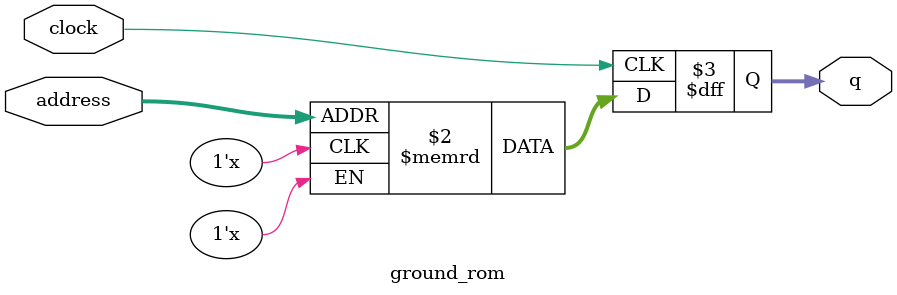
<source format=sv>
module ground_rom (
	input logic clock,
	input logic [6:0] address,
	output logic [3:0] q
);

logic [3:0] memory [0:74] /* synthesis ram_init_file = "./ground/ground.COE" */;

always_ff @ (posedge clock) begin
	q <= memory[address];
end

endmodule

</source>
